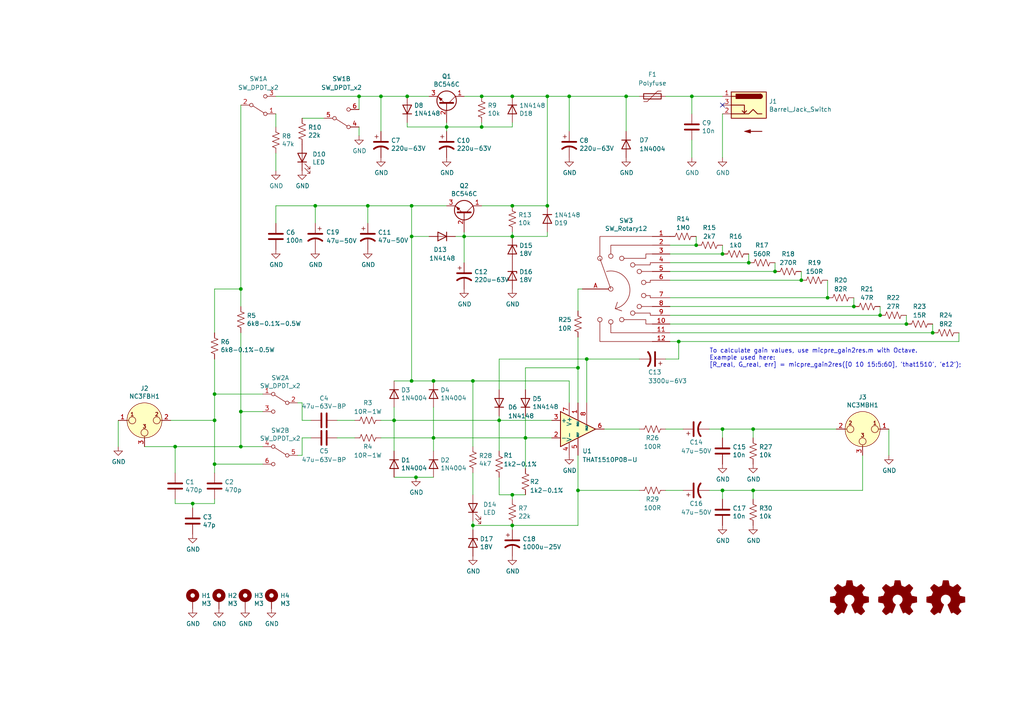
<source format=kicad_sch>
(kicad_sch (version 20211123) (generator eeschema)
  (paper "A4")
  (title_block (title "ThatMicPre") (date "2020-06-07") (rev "1.1") (company "github.com/ojg/thatmicpre"))
  (lib_symbols
    (symbol "Amplifier_Audio:SSM2017P" (pin_names (offset 0.127))
      (property "Reference" "U" (at 7.62 5.08 0))
      (property "Value" "SSM2017P" (at 7.62 2.54 0))
      (symbol "SSM2017P_1_1"
        (pin input line (at 0 7.62 270) (length 5.08) (name "RG1") (number "1"))
        (pin input line (at -7.62 -2.54 0) (length 2.54) (name "-") (number "2"))
        (pin input line (at -7.62 2.54 0) (length 2.54) (name "+") (number "3"))
        (pin power_in line (at -2.54 -7.62 90) (length 3.81) (name "V-") (number "4"))
        (pin input line (at 0 -7.62 90) (length 5.08) (name "REF") (number "5"))
        (pin output line (at 7.62 0 180) (length 2.54) (name "~") (number "6"))
        (pin power_in line (at -2.54 7.62 270) (length 3.81) (name "V+") (number "7"))
        (pin input line (at 2.54 7.62 270) (length 6.35) (name "RG2") (number "8"))
      )
    )
    (symbol "Connector:Barrel_Jack_Switch" (pin_names hide)
      (property "Reference" "J" (at 0 5.334 0))
      (property "Value" "Barrel_Jack_Switch" (at 0 -5.08 0))
      (symbol "Barrel_Jack_Switch_1_1"
        (pin passive line (at 7.62 2.54 180) (length 2.54) (name "~") (number "1"))
        (pin passive line (at 7.62 -2.54 180) (length 2.54) (name "~") (number "2"))
        (pin passive line (at 7.62 0 180) (length 2.54) (name "~") (number "3"))
      )
    )
    (symbol "Connector:XLR3" (pin_names hide)
      (property "Reference" "J" (at 0 8.89 0))
      (property "Value" "XLR3" (at 0 6.35 0))
      (symbol "XLR3_0_1"
        (text "1" (at -3.556 1.778 0) (effects (font (size 1.016 1.016) bold)))
        (text "2" (at 3.556 1.778 0) (effects (font (size 1.016 1.016) bold)))
        (text "3" (at 0 -1.778 0) (effects (font (size 1.016 1.016) bold)))
        (pin passive line (at -7.62 0 0) (length 2.54) (name "~") (number "1"))
        (pin passive line (at 7.62 0 180) (length 2.54) (name "~") (number "2"))
        (pin passive line (at 0 -7.62 90) (length 2.54) (name "~") (number "3"))
      )
    )
    (symbol "Device:C" (pin_numbers hide) (pin_names (offset 0.254))
      (property "Reference" "C" (at 0.635 2.54 0))
      (property "Value" "C" (at 0.635 -2.54 0))
      (symbol "C_1_1"
        (pin passive line (at 0 3.81 270) (length 2.794) (name "~") (number "1"))
        (pin passive line (at 0 -3.81 90) (length 2.794) (name "~") (number "2"))
      )
    )
    (symbol "Device:C_Polarized_US" (pin_numbers hide) (pin_names (offset 0.254) hide)
      (property "Reference" "C" (at 0.635 2.54 0))
      (property "Value" "C_Polarized_US" (at 0.635 -2.54 0))
      (symbol "C_Polarized_US_1_1"
        (pin passive line (at 0 3.81 270) (length 2.794) (name "~") (number "1"))
        (pin passive line (at 0 -3.81 90) (length 3.302) (name "~") (number "2"))
      )
    )
    (symbol "Device:D" (pin_numbers hide) (pin_names (offset 1.016) hide)
      (property "Reference" "D" (at 0 2.54 0))
      (property "Value" "D" (at 0 -2.54 0))
      (symbol "D_1_1"
        (pin passive line (at -3.81 0 0) (length 2.54) (name "K") (number "1"))
        (pin passive line (at 3.81 0 180) (length 2.54) (name "A") (number "2"))
      )
    )
    (symbol "Device:D_Zener" (pin_numbers hide) (pin_names (offset 1.016) hide)
      (property "Reference" "D" (at 0 2.54 0))
      (property "Value" "D_Zener" (at 0 -2.54 0))
      (symbol "D_Zener_1_1"
        (pin passive line (at -3.81 0 0) (length 2.54) (name "K") (number "1"))
        (pin passive line (at 3.81 0 180) (length 2.54) (name "A") (number "2"))
      )
    )
    (symbol "Device:LED" (pin_numbers hide) (pin_names (offset 1.016) hide)
      (property "Reference" "D" (at 0 2.54 0))
      (property "Value" "LED" (at 0 -2.54 0))
      (symbol "LED_1_1"
        (pin passive line (at -3.81 0 0) (length 2.54) (name "K") (number "1"))
        (pin passive line (at 3.81 0 180) (length 2.54) (name "A") (number "2"))
      )
    )
    (symbol "Device:Polyfuse" (pin_numbers hide) (pin_names (offset 0))
      (property "Reference" "F" (at -2.54 0 90))
      (property "Value" "Polyfuse" (at 2.54 0 90))
      (symbol "Polyfuse_1_1"
        (pin passive line (at 0 3.81 270) (length 1.27) (name "~") (number "1"))
        (pin passive line (at 0 -3.81 90) (length 1.27) (name "~") (number "2"))
      )
    )
    (symbol "Device:Q_NPN_CBE" (pin_names (offset 0) hide)
      (property "Reference" "Q" (at 5.08 1.27 0))
      (property "Value" "Q_NPN_CBE" (at 5.08 -1.27 0))
      (symbol "Q_NPN_CBE_1_1"
        (pin passive line (at 2.54 5.08 270) (length 2.54) (name "C") (number "1"))
        (pin input line (at -5.08 0 0) (length 5.715) (name "B") (number "2"))
        (pin passive line (at 2.54 -5.08 90) (length 2.54) (name "E") (number "3"))
      )
    )
    (symbol "Device:R_US" (pin_numbers hide) (pin_names (offset 0))
      (property "Reference" "R" (at 2.54 0 90))
      (property "Value" "R_US" (at -2.54 0 90))
      (symbol "R_US_1_1"
        (pin passive line (at 0 3.81 270) (length 1.27) (name "~") (number "1"))
        (pin passive line (at 0 -3.81 90) (length 1.27) (name "~") (number "2"))
      )
    )
    (symbol "Graphic:Logo_Open_Hardware_Small" (pin_names (offset 1.016)))
    (symbol "Graphic:SYM_Arrow_Normal" (pin_names (offset 1.016)))
    (symbol "Mechanical:MountingHole_Pad" (pin_numbers hide) (pin_names (offset 1.016) hide)
      (property "Reference" "H" (at 0 6.35 0))
      (property "Value" "MountingHole_Pad" (at 0 4.445 0))
      (symbol "MountingHole_Pad_1_1"
        (pin input line (at 0 -2.54 90) (length 2.54) (name "1") (number "1"))
      )
    )
    (symbol "Switch:SW_DPDT_x2" (pin_names (offset 0) hide)
      (property "Reference" "SW" (at 0 4.318 0))
      (property "Value" "SW_DPDT_x2" (at 0 -5.08 0))
      (symbol "SW_DPDT_x2_1_1"
        (pin passive line (at 5.08 2.54 180) (length 2.54) (name "A") (number "1"))
        (pin passive line (at -5.08 0 0) (length 2.54) (name "B") (number "2"))
        (pin passive line (at 5.08 -2.54 180) (length 2.54) (name "C") (number "3"))
      )
      (symbol "SW_DPDT_x2_2_1"
        (pin passive line (at 5.08 2.54 180) (length 2.54) (name "A") (number "4"))
        (pin passive line (at -5.08 0 0) (length 2.54) (name "B") (number "5"))
        (pin passive line (at 5.08 -2.54 180) (length 2.54) (name "C") (number "6"))
      )
    )
    (symbol "power:GND" (power) (pin_names (offset 0))
      (property "Value" "GND" (at 0 -3.81 0))
      (symbol "GND_1_1"
        (pin power_in line (at 0 0 270) (length 0) hide (name "GND") (number "1"))
      )
    )
    (symbol "thatmicpre:SW_Rotary12" (pin_names (offset 1.016) hide)
      (property "Reference" "SW" (at 0 17.78 0))
      (property "Value" "SW_Rotary12" (at 0 -17.78 0))
      (symbol "SW_Rotary12_0_1"
        (pin passive line (at 10.16 15.24 180) (length 5.08) (name "1") (number "1"))
        (pin passive line (at 10.16 -10.16 180) (length 5.08) (name "10") (number "10"))
        (pin passive line (at 10.16 -12.7 180) (length 5.08) (name "11") (number "11"))
        (pin passive line (at 10.16 -15.24 180) (length 5.08) (name "12") (number "12"))
        (pin passive line (at 10.16 12.7 180) (length 5.08) (name "2") (number "2"))
        (pin passive line (at 10.16 10.16 180) (length 5.08) (name "3") (number "3"))
        (pin passive line (at 10.16 7.62 180) (length 5.08) (name "4") (number "4"))
        (pin passive line (at 10.16 5.08 180) (length 5.08) (name "5") (number "5"))
        (pin passive line (at 10.16 2.54 180) (length 5.08) (name "6") (number "6"))
        (pin passive line (at 10.16 -2.54 180) (length 5.08) (name "7") (number "7"))
        (pin passive line (at 10.16 -5.08 180) (length 5.08) (name "8") (number "8"))
        (pin passive line (at 10.16 -7.62 180) (length 5.08) (name "9") (number "9"))
        (pin passive line (at -15.24 0 0) (length 7.62) (name "A") (number "A"))
      )
    )
  )
  (junction (at 201.93 71.12))
  (junction (at 91.44 59.69))
  (junction (at 148.59 68.58))
  (junction (at 129.54 36.83))
  (junction (at 181.61 27.94))
  (junction (at 69.85 129.54))
  (junction (at 170.18 104.14))
  (junction (at 110.49 27.94))
  (junction (at 119.38 110.49))
  (junction (at 62.23 121.92))
  (junction (at 125.73 127))
  (junction (at 148.59 143.51))
  (junction (at 137.16 152.4))
  (junction (at 224.79 78.74))
  (junction (at 218.44 124.46))
  (junction (at 255.27 91.44))
  (junction (at 104.14 27.94))
  (junction (at 270.51 96.52))
  (junction (at 209.55 142.24))
  (junction (at 200.66 27.94))
  (junction (at 137.16 110.49))
  (junction (at 152.4 127))
  (junction (at 114.3 121.92))
  (junction (at 55.88 146.05))
  (junction (at 134.62 68.58))
  (junction (at 50.8 129.54))
  (junction (at 119.38 59.69))
  (junction (at 167.64 142.24))
  (junction (at 148.59 152.4))
  (junction (at 69.85 83.82))
  (junction (at 144.78 121.92))
  (junction (at 62.23 134.62))
  (junction (at 120.65 138.43))
  (junction (at 106.68 59.69))
  (junction (at 69.85 119.38))
  (junction (at 167.64 106.68))
  (junction (at 196.85 99.06))
  (junction (at 158.75 59.69))
  (junction (at 247.65 88.9))
  (junction (at 209.55 73.66))
  (junction (at 148.59 27.94))
  (junction (at 209.55 124.46))
  (junction (at 218.44 142.24))
  (junction (at 232.41 81.28))
  (junction (at 217.17 76.2))
  (junction (at 139.7 36.83))
  (junction (at 148.59 59.69))
  (junction (at 262.89 93.98))
  (junction (at 240.03 86.36))
  (junction (at 165.1 27.94))
  (junction (at 118.11 27.94))
  (junction (at 125.73 110.49))
  (junction (at 119.38 68.58))
  (junction (at 158.75 27.94))
  (junction (at 139.7 27.94))
  (junction (at 62.23 114.3))
  (no_connect (at 209.55 30.48))
  (wire (pts (xy 170.18 104.14) (xy 170.18 116.84)))
  (wire (pts (xy 200.66 40.64) (xy 200.66 45.72)))
  (wire (pts (xy 181.61 27.94) (xy 185.42 27.94)))
  (wire (pts (xy 270.51 93.98) (xy 270.51 96.52)))
  (wire (pts (xy 209.55 144.78) (xy 209.55 142.24)))
  (wire (pts (xy 119.38 59.69) (xy 129.54 59.69)))
  (wire (pts (xy 80.01 64.77) (xy 80.01 59.69)))
  (wire (pts (xy 240.03 81.28) (xy 240.03 86.36)))
  (wire (pts (xy 205.74 142.24) (xy 209.55 142.24)))
  (wire (pts (xy 148.59 68.58) (xy 148.59 67.31)))
  (wire (pts (xy 148.59 27.94) (xy 158.75 27.94)))
  (wire (pts (xy 106.68 64.77) (xy 106.68 59.69)))
  (wire (pts (xy 137.16 137.16) (xy 137.16 143.51)))
  (wire (pts (xy 209.55 71.12) (xy 209.55 73.66)))
  (wire (pts (xy 134.62 27.94) (xy 139.7 27.94)))
  (wire (pts (xy 137.16 129.54) (xy 137.16 110.49)))
  (wire (pts (xy 185.42 124.46) (xy 175.26 124.46)))
  (wire (pts (xy 194.31 93.98) (xy 262.89 93.98)))
  (wire (pts (xy 129.54 38.1) (xy 129.54 36.83)))
  (wire (pts (xy 193.04 27.94) (xy 200.66 27.94)))
  (wire (pts (xy 137.16 153.67) (xy 137.16 152.4)))
  (wire (pts (xy 160.02 127) (xy 152.4 127)))
  (wire (pts (xy 137.16 110.49) (xy 165.1 110.49)))
  (wire (pts (xy 50.8 137.16) (xy 50.8 129.54)))
  (wire (pts (xy 114.3 121.92) (xy 114.3 130.81)))
  (wire (pts (xy 194.31 73.66) (xy 209.55 73.66)))
  (wire (pts (xy 167.64 152.4) (xy 167.64 142.24)))
  (wire (pts (xy 110.49 38.1) (xy 110.49 27.94)))
  (wire (pts (xy 137.16 151.13) (xy 137.16 152.4)))
  (wire (pts (xy 217.17 73.66) (xy 217.17 76.2)))
  (wire (pts (xy 125.73 127) (xy 125.73 118.11)))
  (wire (pts (xy 148.59 143.51) (xy 152.4 143.51)))
  (wire (pts (xy 125.73 110.49) (xy 137.16 110.49)))
  (wire (pts (xy 196.85 99.06) (xy 194.31 99.06)))
  (wire (pts (xy 144.78 143.51) (xy 148.59 143.51)))
  (wire (pts (xy 152.4 120.65) (xy 152.4 127)))
  (wire (pts (xy 129.54 35.56) (xy 129.54 36.83)))
  (wire (pts (xy 87.63 132.08) (xy 87.63 127)))
  (wire (pts (xy 76.2 134.62) (xy 62.23 134.62)))
  (wire (pts (xy 218.44 124.46) (xy 242.57 124.46)))
  (wire (pts (xy 114.3 138.43) (xy 120.65 138.43)))
  (wire (pts (xy 125.73 130.81) (xy 125.73 127)))
  (wire (pts (xy 104.14 27.94) (xy 110.49 27.94)))
  (wire (pts (xy 102.87 121.92) (xy 97.79 121.92)))
  (wire (pts (xy 224.79 76.2) (xy 224.79 78.74)))
  (wire (pts (xy 119.38 110.49) (xy 125.73 110.49)))
  (wire (pts (xy 139.7 36.83) (xy 139.7 35.56)))
  (wire (pts (xy 134.62 68.58) (xy 148.59 68.58)))
  (wire (pts (xy 217.17 76.2) (xy 194.31 76.2)))
  (wire (pts (xy 209.55 33.02) (xy 209.55 45.72)))
  (wire (pts (xy 148.59 153.67) (xy 148.59 152.4)))
  (wire (pts (xy 198.12 142.24) (xy 193.04 142.24)))
  (wire (pts (xy 144.78 143.51) (xy 144.78 138.43)))
  (wire (pts (xy 247.65 86.36) (xy 247.65 88.9)))
  (wire (pts (xy 194.31 81.28) (xy 232.41 81.28)))
  (wire (pts (xy 194.31 78.74) (xy 224.79 78.74)))
  (wire (pts (xy 158.75 68.58) (xy 148.59 68.58)))
  (wire (pts (xy 110.49 127) (xy 125.73 127)))
  (wire (pts (xy 110.49 27.94) (xy 118.11 27.94)))
  (wire (pts (xy 255.27 88.9) (xy 255.27 91.44)))
  (wire (pts (xy 167.64 97.79) (xy 167.64 106.68)))
  (wire (pts (xy 55.88 147.32) (xy 55.88 146.05)))
  (wire (pts (xy 148.59 35.56) (xy 148.59 36.83)))
  (wire (pts (xy 80.01 33.02) (xy 80.01 36.83)))
  (wire (pts (xy 110.49 121.92) (xy 114.3 121.92)))
  (wire (pts (xy 194.31 86.36) (xy 240.03 86.36)))
  (wire (pts (xy 86.36 132.08) (xy 87.63 132.08)))
  (wire (pts (xy 62.23 104.14) (xy 62.23 114.3)))
  (wire (pts (xy 69.85 119.38) (xy 69.85 129.54)))
  (wire (pts (xy 144.78 120.65) (xy 144.78 121.92)))
  (wire (pts (xy 218.44 142.24) (xy 250.19 142.24)))
  (wire (pts (xy 50.8 146.05) (xy 55.88 146.05)))
  (wire (pts (xy 80.01 44.45) (xy 80.01 49.53)))
  (wire (pts (xy 152.4 135.89) (xy 152.4 127)))
  (wire (pts (xy 102.87 127) (xy 97.79 127)))
  (wire (pts (xy 76.2 119.38) (xy 69.85 119.38)))
  (wire (pts (xy 114.3 118.11) (xy 114.3 121.92)))
  (wire (pts (xy 170.18 104.14) (xy 185.42 104.14)))
  (wire (pts (xy 194.31 96.52) (xy 270.51 96.52)))
  (wire (pts (xy 196.85 99.06) (xy 196.85 104.14)))
  (wire (pts (xy 118.11 35.56) (xy 118.11 36.83)))
  (wire (pts (xy 198.12 124.46) (xy 193.04 124.46)))
  (wire (pts (xy 278.13 99.06) (xy 196.85 99.06)))
  (wire (pts (xy 193.04 104.14) (xy 196.85 104.14)))
  (wire (pts (xy 137.16 152.4) (xy 148.59 152.4)))
  (wire (pts (xy 87.63 121.92) (xy 90.17 121.92)))
  (wire (pts (xy 120.65 138.43) (xy 125.73 138.43)))
  (wire (pts (xy 160.02 121.92) (xy 144.78 121.92)))
  (wire (pts (xy 114.3 121.92) (xy 144.78 121.92)))
  (wire (pts (xy 104.14 31.75) (xy 104.14 27.94)))
  (wire (pts (xy 132.08 68.58) (xy 134.62 68.58)))
  (wire (pts (xy 34.29 129.54) (xy 34.29 121.92)))
  (wire (pts (xy 124.46 68.58) (xy 119.38 68.58)))
  (wire (pts (xy 62.23 137.16) (xy 62.23 134.62)))
  (wire (pts (xy 257.81 132.08) (xy 257.81 124.46)))
  (wire (pts (xy 144.78 130.81) (xy 144.78 121.92)))
  (wire (pts (xy 262.89 91.44) (xy 262.89 93.98)))
  (wire (pts (xy 50.8 144.78) (xy 50.8 146.05)))
  (wire (pts (xy 69.85 30.48) (xy 69.85 83.82)))
  (wire (pts (xy 167.64 83.82) (xy 167.64 90.17)))
  (wire (pts (xy 93.98 34.29) (xy 87.63 34.29)))
  (wire (pts (xy 168.91 83.82) (xy 167.64 83.82)))
  (wire (pts (xy 181.61 38.1) (xy 181.61 27.94)))
  (wire (pts (xy 114.3 110.49) (xy 119.38 110.49)))
  (wire (pts (xy 148.59 27.94) (xy 139.7 27.94)))
  (wire (pts (xy 139.7 59.69) (xy 148.59 59.69)))
  (wire (pts (xy 62.23 134.62) (xy 62.23 121.92)))
  (wire (pts (xy 278.13 96.52) (xy 278.13 99.06)))
  (wire (pts (xy 167.64 142.24) (xy 167.64 132.08)))
  (wire (pts (xy 55.88 146.05) (xy 62.23 146.05)))
  (wire (pts (xy 86.36 116.84) (xy 87.63 116.84)))
  (wire (pts (xy 69.85 88.9) (xy 69.85 83.82)))
  (wire (pts (xy 201.93 71.12) (xy 194.31 71.12)))
  (wire (pts (xy 232.41 78.74) (xy 232.41 81.28)))
  (wire (pts (xy 200.66 27.94) (xy 209.55 27.94)))
  (wire (pts (xy 118.11 27.94) (xy 124.46 27.94)))
  (wire (pts (xy 62.23 114.3) (xy 62.23 121.92)))
  (wire (pts (xy 129.54 36.83) (xy 139.7 36.83)))
  (wire (pts (xy 194.31 91.44) (xy 255.27 91.44)))
  (wire (pts (xy 119.38 68.58) (xy 119.38 110.49)))
  (wire (pts (xy 165.1 110.49) (xy 165.1 116.84)))
  (wire (pts (xy 148.59 152.4) (xy 167.64 152.4)))
  (wire (pts (xy 158.75 67.31) (xy 158.75 68.58)))
  (wire (pts (xy 62.23 146.05) (xy 62.23 144.78)))
  (wire (pts (xy 250.19 142.24) (xy 250.19 132.08)))
  (wire (pts (xy 205.74 124.46) (xy 209.55 124.46)))
  (wire (pts (xy 104.14 36.83) (xy 104.14 39.37)))
  (wire (pts (xy 87.63 127) (xy 90.17 127)))
  (wire (pts (xy 134.62 68.58) (xy 134.62 76.2)))
  (wire (pts (xy 125.73 127) (xy 152.4 127)))
  (wire (pts (xy 167.64 106.68) (xy 167.64 116.84)))
  (wire (pts (xy 185.42 142.24) (xy 167.64 142.24)))
  (wire (pts (xy 50.8 129.54) (xy 69.85 129.54)))
  (wire (pts (xy 152.4 106.68) (xy 167.64 106.68)))
  (wire (pts (xy 144.78 104.14) (xy 170.18 104.14)))
  (wire (pts (xy 134.62 67.31) (xy 134.62 68.58)))
  (wire (pts (xy 41.91 129.54) (xy 50.8 129.54)))
  (wire (pts (xy 148.59 144.78) (xy 148.59 143.51)))
  (wire (pts (xy 148.59 59.69) (xy 158.75 59.69)))
  (wire (pts (xy 165.1 27.94) (xy 165.1 38.1)))
  (wire (pts (xy 158.75 59.69) (xy 158.75 27.94)))
  (wire (pts (xy 201.93 68.58) (xy 201.93 71.12)))
  (wire (pts (xy 200.66 33.02) (xy 200.66 27.94)))
  (wire (pts (xy 87.63 116.84) (xy 87.63 121.92)))
  (wire (pts (xy 209.55 142.24) (xy 218.44 142.24)))
  (wire (pts (xy 209.55 127) (xy 209.55 124.46)))
  (wire (pts (xy 218.44 127) (xy 218.44 124.46)))
  (wire (pts (xy 158.75 27.94) (xy 165.1 27.94)))
  (wire (pts (xy 80.01 59.69) (xy 91.44 59.69)))
  (wire (pts (xy 69.85 83.82) (xy 62.23 83.82)))
  (wire (pts (xy 76.2 114.3) (xy 62.23 114.3)))
  (wire (pts (xy 62.23 121.92) (xy 49.53 121.92)))
  (wire (pts (xy 119.38 59.69) (xy 119.38 68.58)))
  (wire (pts (xy 91.44 59.69) (xy 106.68 59.69)))
  (wire (pts (xy 144.78 113.03) (xy 144.78 104.14)))
  (wire (pts (xy 69.85 96.52) (xy 69.85 119.38)))
  (wire (pts (xy 209.55 124.46) (xy 218.44 124.46)))
  (wire (pts (xy 106.68 59.69) (xy 119.38 59.69)))
  (wire (pts (xy 76.2 129.54) (xy 69.85 129.54)))
  (wire (pts (xy 165.1 27.94) (xy 181.61 27.94)))
  (wire (pts (xy 62.23 83.82) (xy 62.23 96.52)))
  (wire (pts (xy 91.44 64.77) (xy 91.44 59.69)))
  (wire (pts (xy 152.4 113.03) (xy 152.4 106.68)))
  (wire (pts (xy 218.44 144.78) (xy 218.44 142.24)))
  (wire (pts (xy 80.01 27.94) (xy 104.14 27.94)))
  (wire (pts (xy 118.11 36.83) (xy 129.54 36.83)))
  (wire (pts (xy 194.31 88.9) (xy 247.65 88.9)))
  (wire (pts (xy 148.59 36.83) (xy 139.7 36.83)))
  (text "To calculate gain values, use micpre_gain2res.m with Octave.\nExample used here:\n[R_real, G_real, err] = micpre_gain2res([0 10 15:5:60], 'that1510', 'e12');" (at 205.74 106.68 0) (effects (font (size 1.27 1.27)) (justify left bottom)))
  (symbol (lib_id "Amplifier_Audio:SSM2017P") (at 167.64 124.46 0) (unit 1)
    (property "Reference" "U1" (at 168.91 130.81 0) (effects (justify left)))
    (property "Value" "THAT1510P08-U" (at 168.91 133.35 0) (effects (justify left)))
    (property "Footprint" "Package_DIP:DIP-8_W7.62mm" (effects hide))
    (property "Mfr Part Nr" "1510P08-U" (effects hide))
  )
  (symbol (lib_id "Device:R_US") (at 62.23 100.33 0) (unit 1)
    (property "Reference" "R6" (at 63.9572 99.1616 0) (effects (justify left)))
    (property "Value" "6k8-0.1%-0.5W" (at 63.9572 101.473 0) (effects (justify left)))
    (property "Footprint" "Resistor_THT:R_Axial_DIN0207_L6.3mm_D2.5mm_P10.16mm_Horizontal" (effects hide))
    (property "Mfr Part Nr" "CMF556K8100BEEK" (effects hide))
  )
  (symbol (lib_id "Device:R_US") (at 69.85 92.71 0) (unit 1)
    (property "Reference" "R5" (at 71.5772 91.5416 0) (effects (justify left)))
    (property "Value" "6k8-0.1%-0.5W" (at 71.5772 93.853 0) (effects (justify left)))
    (property "Footprint" "Resistor_THT:R_Axial_DIN0207_L6.3mm_D2.5mm_P10.16mm_Horizontal" (effects hide))
    (property "Mfr Part Nr" "CMF556K8100BEEK" (effects hide))
  )
  (symbol (lib_id "Device:C") (at 93.98 121.92 90) (mirror x) (unit 1)
    (property "Reference" "C4" (at 93.98 115.5192 90))
    (property "Value" "47u-63V-BP" (at 93.98 117.8306 90))
    (property "Footprint" "Capacitor_THT:C_Radial_D10.0mm_H16.0mm_P5.00mm" (effects hide))
    (property "Mfr Part Nr" "UEP1J470MPD" (effects hide))
  )
  (symbol (lib_id "Device:C") (at 93.98 127 90) (unit 1)
    (property "Reference" "C5" (at 93.98 130.81 90))
    (property "Value" "47u-63V-BP" (at 93.98 133.35 90))
    (property "Footprint" "Capacitor_THT:C_Radial_D10.0mm_H16.0mm_P5.00mm" (effects hide))
    (property "Mfr Part Nr" "UEP1J470MPD" (effects hide))
  )
  (symbol (lib_id "Device:R_US") (at 144.78 134.62 0) (unit 1)
    (property "Reference" "R1" (at 146.05 132.08 0) (effects (justify left)))
    (property "Value" "1k2-0.1%" (at 146.05 134.62 0) (effects (justify left)))
    (property "Footprint" "Resistor_THT:R_Axial_DIN0207_L6.3mm_D2.5mm_P10.16mm_Horizontal" (effects hide))
    (property "Mfr Part Nr" "YR1B1K21CC" (effects hide))
  )
  (symbol (lib_id "Device:R_US") (at 152.4 139.7 0) (unit 1)
    (property "Reference" "R2" (at 153.67 139.7 0) (effects (justify left)))
    (property "Value" "1k2-0.1%" (at 153.67 142.24 0) (effects (justify left)))
    (property "Footprint" "Resistor_THT:R_Axial_DIN0207_L6.3mm_D2.5mm_P10.16mm_Horizontal" (effects hide))
    (property "Mfr Part Nr" "YR1B1K21CC" (effects hide))
  )
  (symbol (lib_id "Device:R_US") (at 148.59 148.59 0) (unit 1)
    (property "Reference" "R7" (at 150.3172 147.4216 0) (effects (justify left)))
    (property "Value" "22k" (at 150.3172 149.733 0) (effects (justify left)))
    (property "Footprint" "Resistor_THT:R_Axial_DIN0207_L6.3mm_D2.5mm_P10.16mm_Horizontal" (effects hide))
    (property "Mfr Part Nr" "MF0207FTE52-22K" (effects hide))
  )
  (symbol (lib_id "Device:R_US") (at 106.68 127 270) (unit 1)
    (property "Reference" "R4" (at 106.68 129.54 90))
    (property "Value" "10R-1W" (at 106.68 132.08 90))
    (property "Footprint" "Resistor_THT:R_Axial_DIN0207_L6.3mm_D2.5mm_P10.16mm_Horizontal" (effects hide))
    (property "Mfr Part Nr" "CPF110R000FKEE6" (effects hide))
  )
  (symbol (lib_id "Device:R_US") (at 106.68 121.92 270) (unit 1)
    (property "Reference" "R3" (at 106.68 116.84 90))
    (property "Value" "10R-1W" (at 106.68 119.38 90))
    (property "Footprint" "Resistor_THT:R_Axial_DIN0207_L6.3mm_D2.5mm_P10.16mm_Horizontal" (effects hide))
    (property "Mfr Part Nr" "CPF110R000FKEE6" (effects hide))
  )
  (symbol (lib_id "Device:D") (at 114.3 134.62 270) (unit 1)
    (property "Reference" "D1" (at 116.3066 133.4516 90) (effects (justify left)))
    (property "Value" "1N4004" (at 116.3066 135.763 90) (effects (justify left)))
    (property "Footprint" "Diode_THT:D_DO-41_SOD81_P10.16mm_Horizontal" (effects hide))
    (property "Mfr Part Nr" "1N4004GP-E3/54" (effects hide))
  )
  (symbol (lib_id "Device:D") (at 125.73 134.62 270) (unit 1)
    (property "Reference" "D2" (at 127.7366 133.4516 90) (effects (justify left)))
    (property "Value" "1N4004" (at 127.7366 135.763 90) (effects (justify left)))
    (property "Footprint" "Diode_THT:D_DO-41_SOD81_P10.16mm_Horizontal" (effects hide))
    (property "Mfr Part Nr" "1N4004GP-E3/54" (effects hide))
  )
  (symbol (lib_id "Device:D") (at 114.3 114.3 270) (unit 1)
    (property "Reference" "D3" (at 116.3066 113.1316 90) (effects (justify left)))
    (property "Value" "1N4004" (at 116.3066 115.443 90) (effects (justify left)))
    (property "Footprint" "Diode_THT:D_DO-41_SOD81_P10.16mm_Horizontal" (effects hide))
    (property "Mfr Part Nr" "1N4004GP-E3/54" (effects hide))
  )
  (symbol (lib_id "Device:D") (at 125.73 114.3 270) (unit 1)
    (property "Reference" "D4" (at 127.7366 113.1316 90) (effects (justify left)))
    (property "Value" "1N4004" (at 127.7366 115.443 90) (effects (justify left)))
    (property "Footprint" "Diode_THT:D_DO-41_SOD81_P10.16mm_Horizontal" (effects hide))
    (property "Mfr Part Nr" "1N4004GP-E3/54" (effects hide))
  )
  (symbol (lib_id "power:GND") (at 120.65 138.43 0) (unit 1)
    (property "Reference" "#PWR019" (effects hide))
    (property "Value" "GND" (at 120.777 142.8242 0))
  )
  (symbol (lib_id "power:GND") (at 165.1 132.08 0) (unit 1)
    (property "Reference" "#PWR015" (effects hide))
    (property "Value" "GND" (at 165.227 136.4742 0))
  )
  (symbol (lib_id "Device:R_US") (at 87.63 38.1 0) (unit 1)
    (property "Reference" "R10" (at 89.3572 36.9316 0) (effects (justify left)))
    (property "Value" "22k" (at 89.3572 39.243 0) (effects (justify left)))
    (property "Footprint" "Resistor_THT:R_Axial_DIN0207_L6.3mm_D2.5mm_P10.16mm_Horizontal" (effects hide))
    (property "Mfr Part Nr" "MF0207FTE52-22K" (effects hide))
  )
  (symbol (lib_id "Device:LED") (at 87.63 45.72 90) (unit 1)
    (property "Reference" "D10" (at 90.6018 44.7294 90) (effects (justify right)))
    (property "Value" "LED" (at 90.6018 47.0408 90) (effects (justify right)))
    (property "Footprint" "LED_THT:LED_D3.0mm" (effects hide))
    (property "Mfr Part Nr" "LTL-4232N" (effects hide))
  )
  (symbol (lib_id "power:GND") (at 87.63 49.53 0) (unit 1)
    (property "Reference" "#PWR05" (effects hide))
    (property "Value" "GND" (at 87.757 53.9242 0))
  )
  (symbol (lib_id "power:GND") (at 104.14 39.37 0) (unit 1)
    (property "Reference" "#PWR01" (effects hide))
    (property "Value" "GND" (at 104.267 43.7642 0))
  )
  (symbol (lib_id "Device:R_US") (at 137.16 133.35 0) (unit 1)
    (property "Reference" "R28" (at 138.8872 132.1816 0) (effects (justify left)))
    (property "Value" "4k7" (at 138.8872 134.493 0) (effects (justify left)))
    (property "Footprint" "Resistor_THT:R_Axial_DIN0207_L6.3mm_D2.5mm_P10.16mm_Horizontal" (effects hide))
    (property "Mfr Part Nr" "MF0207FRE52-4K7" (effects hide))
  )
  (symbol (lib_id "Device:D_Zener") (at 137.16 157.48 270) (unit 1)
    (property "Reference" "D17" (at 139.1666 156.3116 90) (effects (justify left)))
    (property "Value" "18V" (at 139.1666 158.623 90) (effects (justify left)))
    (property "Footprint" "Diode_THT:D_DO-34_SOD68_P7.62mm_Horizontal" (effects hide))
    (property "Mfr Part Nr" "BZX55B18-TAP" (effects hide))
  )
  (symbol (lib_id "Device:C_Polarized_US") (at 148.59 157.48 0) (unit 1)
    (property "Reference" "C18" (at 151.511 156.3116 0) (effects (justify left)))
    (property "Value" "1000u-25V" (at 151.511 158.623 0) (effects (justify left)))
    (property "Footprint" "Capacitor_THT:CP_Radial_D10.0mm_P5.00mm" (effects hide))
    (property "Mfr Part Nr" "UVZ1E102MPD1CM" (effects hide))
  )
  (symbol (lib_id "power:GND") (at 137.16 161.29 0) (unit 1)
    (property "Reference" "#PWR023" (effects hide))
    (property "Value" "GND" (at 137.287 165.6842 0))
  )
  (symbol (lib_id "power:GND") (at 148.59 161.29 0) (unit 1)
    (property "Reference" "#PWR024" (effects hide))
    (property "Value" "GND" (at 148.717 165.6842 0))
  )
  (symbol (lib_id "Device:Q_NPN_CBE") (at 129.54 30.48 270) (mirror x) (unit 1)
    (property "Reference" "Q1" (at 129.54 22.1488 90))
    (property "Value" "BC546C" (at 129.54 24.4602 90))
    (property "Footprint" "Package_TO_SOT_THT:TO-92_Inline_Wide" (effects hide))
    (property "Mfr Part Nr" "BC546CTA" (effects hide))
  )
  (symbol (lib_id "Device:R_US") (at 139.7 31.75 0) (unit 1)
    (property "Reference" "R9" (at 141.4272 30.5816 0) (effects (justify left)))
    (property "Value" "10k" (at 141.4272 32.893 0) (effects (justify left)))
    (property "Footprint" "Resistor_THT:R_Axial_DIN0207_L6.3mm_D2.5mm_P10.16mm_Horizontal" (effects hide))
    (property "Mfr Part Nr" "MF0207FTE52-10K" (effects hide))
  )
  (symbol (lib_id "Device:C_Polarized_US") (at 129.54 41.91 0) (unit 1)
    (property "Reference" "C10" (at 132.461 40.7416 0) (effects (justify left)))
    (property "Value" "220u-63V" (at 132.461 43.053 0) (effects (justify left)))
    (property "Footprint" "Capacitor_THT:CP_Radial_D10.0mm_P5.00mm" (effects hide))
    (property "Mfr Part Nr" "UVZ1J221MPD" (effects hide))
  )
  (symbol (lib_id "power:GND") (at 129.54 45.72 0) (unit 1)
    (property "Reference" "#PWR06" (effects hide))
    (property "Value" "GND" (at 129.667 50.1142 0))
  )
  (symbol (lib_id "Device:C_Polarized_US") (at 106.68 68.58 0) (unit 1)
    (property "Reference" "C11" (at 109.601 67.4116 0) (effects (justify left)))
    (property "Value" "47u-50V" (at 109.601 69.723 0) (effects (justify left)))
    (property "Footprint" "Capacitor_THT:CP_Radial_D6.3mm_P2.50mm" (effects hide))
    (property "Mfr Part Nr" "UFW1H470MED1TD" (effects hide))
  )
  (symbol (lib_id "power:GND") (at 106.68 72.39 0) (unit 1)
    (property "Reference" "#PWR09" (effects hide))
    (property "Value" "GND" (at 106.807 76.7842 0))
  )
  (symbol (lib_id "Device:Q_NPN_CBE") (at 134.62 62.23 270) (mirror x) (unit 1)
    (property "Reference" "Q2" (at 134.62 53.8988 90))
    (property "Value" "BC546C" (at 134.62 56.2102 90))
    (property "Footprint" "Package_TO_SOT_THT:TO-92_Inline_Wide" (effects hide))
    (property "Mfr Part Nr" "BC546CTA" (effects hide))
  )
  (symbol (lib_id "Device:R_US") (at 148.59 63.5 0) (unit 1)
    (property "Reference" "R13" (at 150.3172 62.3316 0) (effects (justify left)))
    (property "Value" "10k" (at 150.3172 64.643 0) (effects (justify left)))
    (property "Footprint" "Resistor_THT:R_Axial_DIN0207_L6.3mm_D2.5mm_P10.16mm_Horizontal" (effects hide))
    (property "Mfr Part Nr" "MF0207FTE52-10K" (effects hide))
  )
  (symbol (lib_id "Device:C_Polarized_US") (at 134.62 80.01 0) (unit 1)
    (property "Reference" "C12" (at 137.541 78.8416 0) (effects (justify left)))
    (property "Value" "220u-63V" (at 137.541 81.153 0) (effects (justify left)))
    (property "Footprint" "Capacitor_THT:CP_Radial_D10.0mm_P5.00mm" (effects hide))
    (property "Mfr Part Nr" "UVZ1J221MPD" (effects hide))
  )
  (symbol (lib_id "power:GND") (at 134.62 83.82 0) (unit 1)
    (property "Reference" "#PWR011" (effects hide))
    (property "Value" "GND" (at 134.747 88.2142 0))
  )
  (symbol (lib_id "power:GND") (at 148.59 83.82 0) (unit 1)
    (property "Reference" "#PWR012" (effects hide))
    (property "Value" "GND" (at 148.717 88.2142 0))
  )
  (symbol (lib_id "Device:LED") (at 137.16 147.32 90) (unit 1)
    (property "Reference" "D14" (at 140.1318 146.3294 90) (effects (justify right)))
    (property "Value" "LED" (at 140.1318 148.6408 90) (effects (justify right)))
    (property "Footprint" "LED_THT:LED_D3.0mm" (effects hide))
    (property "Mfr Part Nr" "LTL-4232N" (effects hide))
  )
  (symbol (lib_id "Device:C_Polarized_US") (at 165.1 41.91 0) (unit 1)
    (property "Reference" "C8" (at 168.021 40.7416 0) (effects (justify left)))
    (property "Value" "220u-63V" (at 168.021 43.053 0) (effects (justify left)))
    (property "Footprint" "Capacitor_THT:CP_Radial_D10.0mm_P5.00mm" (effects hide))
    (property "Mfr Part Nr" "UVZ1J221MPD" (effects hide))
  )
  (symbol (lib_id "power:GND") (at 165.1 45.72 0) (unit 1)
    (property "Reference" "#PWR03" (effects hide))
    (property "Value" "GND" (at 165.227 50.1142 0))
  )
  (symbol (lib_id "Connector:XLR3") (at 250.19 124.46 0) (mirror y) (unit 1)
    (property "Reference" "J3" (at 250.19 115.189 0))
    (property "Value" "NC3MBH1" (at 250.19 117.5004 0))
    (property "Footprint" "my_kicad_footprints:Jack_XLR_Neutrik_NC3MBH_Horizontal" (effects hide))
    (property "Datasheet" " ~" (effects hide))
    (property "Mfr Part Nr" "NC3MBH" (effects hide))
  )
  (symbol (lib_id "Device:C_Polarized_US") (at 201.93 124.46 90) (unit 1)
    (property "Reference" "C14" (at 201.93 128.27 90))
    (property "Value" "47u-50V" (at 201.93 130.81 90))
    (property "Footprint" "Capacitor_THT:CP_Radial_D6.3mm_P2.50mm" (effects hide))
    (property "Mfr Part Nr" "UFW1H470MED1TD" (effects hide))
  )
  (symbol (lib_id "Device:R_US") (at 189.23 124.46 270) (unit 1)
    (property "Reference" "R26" (at 189.23 127 90))
    (property "Value" "100R" (at 189.23 129.54 90))
    (property "Footprint" "Resistor_THT:R_Axial_DIN0207_L6.3mm_D2.5mm_P10.16mm_Horizontal" (effects hide))
    (property "Mfr Part Nr" "MF0207FTE52-100R" (effects hide))
  )
  (symbol (lib_id "Device:R_US") (at 218.44 130.81 0) (unit 1)
    (property "Reference" "R27" (at 220.1672 129.6416 0) (effects (justify left)))
    (property "Value" "10k" (at 220.1672 131.953 0) (effects (justify left)))
    (property "Footprint" "Resistor_THT:R_Axial_DIN0207_L6.3mm_D2.5mm_P10.16mm_Horizontal" (effects hide))
    (property "Mfr Part Nr" "MF0207FTE52-10K" (effects hide))
  )
  (symbol (lib_id "Device:C") (at 209.55 130.81 0) (unit 1)
    (property "Reference" "C15" (at 212.471 129.6416 0) (effects (justify left)))
    (property "Value" "10n" (at 212.471 131.953 0) (effects (justify left)))
    (property "Footprint" "Capacitor_THT:C_Rect_L7.2mm_W3.0mm_P5.00mm_FKS2_FKP2_MKS2_MKP2" (effects hide))
    (property "Mfr Part Nr" "PHE426DJ5100JR05" (effects hide))
  )
  (symbol (lib_id "power:GND") (at 218.44 134.62 0) (unit 1)
    (property "Reference" "#PWR018" (effects hide))
    (property "Value" "GND" (at 218.567 139.0142 0))
  )
  (symbol (lib_id "power:GND") (at 209.55 134.62 0) (unit 1)
    (property "Reference" "#PWR017" (effects hide))
    (property "Value" "GND" (at 209.677 139.0142 0))
  )
  (symbol (lib_id "Device:R_US") (at 189.23 142.24 270) (unit 1)
    (property "Reference" "R29" (at 189.23 144.78 90))
    (property "Value" "100R" (at 189.23 147.32 90))
    (property "Footprint" "Resistor_THT:R_Axial_DIN0207_L6.3mm_D2.5mm_P10.16mm_Horizontal" (effects hide))
    (property "Mfr Part Nr" "MF0207FTE52-100R" (effects hide))
  )
  (symbol (lib_id "Device:R_US") (at 218.44 148.59 0) (unit 1)
    (property "Reference" "R30" (at 220.1672 147.4216 0) (effects (justify left)))
    (property "Value" "10k" (at 220.1672 149.733 0) (effects (justify left)))
    (property "Footprint" "Resistor_THT:R_Axial_DIN0207_L6.3mm_D2.5mm_P10.16mm_Horizontal" (effects hide))
    (property "Mfr Part Nr" "MF0207FTE52-10K" (effects hide))
  )
  (symbol (lib_id "Device:C") (at 209.55 148.59 0) (unit 1)
    (property "Reference" "C17" (at 212.471 147.4216 0) (effects (justify left)))
    (property "Value" "10n" (at 212.471 149.733 0) (effects (justify left)))
    (property "Footprint" "Capacitor_THT:C_Rect_L7.2mm_W3.0mm_P5.00mm_FKS2_FKP2_MKS2_MKP2" (effects hide))
    (property "Mfr Part Nr" "PHE426DJ5100JR05" (effects hide))
  )
  (symbol (lib_id "power:GND") (at 218.44 152.4 0) (unit 1)
    (property "Reference" "#PWR021" (effects hide))
    (property "Value" "GND" (at 218.567 156.7942 0))
  )
  (symbol (lib_id "power:GND") (at 209.55 152.4 0) (unit 1)
    (property "Reference" "#PWR020" (effects hide))
    (property "Value" "GND" (at 209.677 156.7942 0))
  )
  (symbol (lib_id "power:GND") (at 257.81 132.08 0) (unit 1)
    (property "Reference" "#PWR016" (effects hide))
    (property "Value" "GND" (at 257.937 136.4742 0))
  )
  (symbol (lib_id "Graphic:Logo_Open_Hardware_Small") (at 274.32 173.99 0) (unit 1)
    (property "Reference" "LOGO1" (effects hide))
    (property "Value" "Logo_Open_Hardware_Small" (effects hide))
    (property "Footprint" "Symbol:OSHW-Symbol_6.7x6mm_Copper" (effects hide))
  )
  (symbol (lib_id "Device:C") (at 200.66 36.83 0) (unit 1)
    (property "Reference" "C9" (at 203.581 35.6616 0) (effects (justify left)))
    (property "Value" "10n" (at 203.581 37.973 0) (effects (justify left)))
    (property "Footprint" "Capacitor_THT:C_Rect_L7.2mm_W3.0mm_P5.00mm_FKS2_FKP2_MKS2_MKP2" (effects hide))
    (property "Mfr Part Nr" "PHE426DJ5100JR05" (effects hide))
  )
  (symbol (lib_id "Device:C_Polarized_US") (at 189.23 104.14 270) (mirror x) (unit 1)
    (property "Reference" "C13" (at 187.96 107.95 90) (effects (justify left)))
    (property "Value" "3300u-6V3" (at 187.96 110.49 90) (effects (justify left)))
    (property "Footprint" "Capacitor_THT:CP_Radial_D10.0mm_P5.00mm" (effects hide))
    (property "Mfr Part Nr" "UFW0J332MPD" (effects hide))
  )
  (symbol (lib_id "Device:R_US") (at 167.64 93.98 180) (unit 1)
    (property "Reference" "R25" (at 163.83 92.71 0))
    (property "Value" "10R" (at 163.83 95.25 0))
    (property "Footprint" "Resistor_THT:R_Axial_DIN0207_L6.3mm_D2.5mm_P10.16mm_Horizontal" (effects hide))
    (property "Mfr Part Nr" "MF0207FTE52-10R" (effects hide))
  )
  (symbol (lib_id "Device:R_US") (at 205.74 71.12 270) (unit 1)
    (property "Reference" "R15" (at 205.74 66.04 90))
    (property "Value" "2k7" (at 205.74 68.58 90))
    (property "Footprint" "Resistor_THT:R_Axial_DIN0207_L6.3mm_D2.5mm_P10.16mm_Horizontal" (effects hide))
    (property "Mfr Part Nr" "MF0207FRE52-2K7" (effects hide))
  )
  (symbol (lib_id "Device:R_US") (at 213.36 73.66 270) (unit 1)
    (property "Reference" "R16" (at 213.36 68.58 90))
    (property "Value" "1k0" (at 213.36 71.12 90))
    (property "Footprint" "Resistor_THT:R_Axial_DIN0207_L6.3mm_D2.5mm_P10.16mm_Horizontal" (effects hide))
    (property "Mfr Part Nr" "MF0207FRE52-1K" (effects hide))
  )
  (symbol (lib_id "Device:R_US") (at 220.98 76.2 270) (unit 1)
    (property "Reference" "R17" (at 220.98 71.12 90))
    (property "Value" "560R" (at 220.98 73.66 90))
    (property "Footprint" "Resistor_THT:R_Axial_DIN0207_L6.3mm_D2.5mm_P10.16mm_Horizontal" (effects hide))
    (property "Mfr Part Nr" "MF0207FTE52-560R" (effects hide))
  )
  (symbol (lib_id "Device:R_US") (at 228.6 78.74 270) (unit 1)
    (property "Reference" "R18" (at 228.6 73.66 90))
    (property "Value" "270R" (at 228.6 76.2 90))
    (property "Footprint" "Resistor_THT:R_Axial_DIN0207_L6.3mm_D2.5mm_P10.16mm_Horizontal" (effects hide))
    (property "Mfr Part Nr" "MF0207FTE52-270R" (effects hide))
  )
  (symbol (lib_id "Device:R_US") (at 236.22 81.28 270) (unit 1)
    (property "Reference" "R19" (at 236.22 76.2 90))
    (property "Value" "150R" (at 236.22 78.74 90))
    (property "Footprint" "Resistor_THT:R_Axial_DIN0207_L6.3mm_D2.5mm_P10.16mm_Horizontal" (effects hide))
    (property "Mfr Part Nr" "MF0207FTE52-150R" (effects hide))
  )
  (symbol (lib_id "Device:R_US") (at 243.84 86.36 270) (unit 1)
    (property "Reference" "R20" (at 243.84 81.28 90))
    (property "Value" "82R" (at 243.84 83.82 90))
    (property "Footprint" "Resistor_THT:R_Axial_DIN0207_L6.3mm_D2.5mm_P10.16mm_Horizontal" (effects hide))
    (property "Mfr Part Nr" "MF0207FTE52-82R" (effects hide))
  )
  (symbol (lib_id "Device:R_US") (at 251.46 88.9 270) (unit 1)
    (property "Reference" "R21" (at 251.46 83.82 90))
    (property "Value" "47R" (at 251.46 86.36 90))
    (property "Footprint" "Resistor_THT:R_Axial_DIN0207_L6.3mm_D2.5mm_P10.16mm_Horizontal" (effects hide))
    (property "Mfr Part Nr" "MF0207FTE52-47R" (effects hide))
  )
  (symbol (lib_id "Device:R_US") (at 259.08 91.44 270) (unit 1)
    (property "Reference" "R22" (at 259.08 86.36 90))
    (property "Value" "27R" (at 259.08 88.9 90))
    (property "Footprint" "Resistor_THT:R_Axial_DIN0207_L6.3mm_D2.5mm_P10.16mm_Horizontal" (effects hide))
    (property "Mfr Part Nr" "MF0207FTE52-27R" (effects hide))
  )
  (symbol (lib_id "Device:R_US") (at 266.7 93.98 270) (unit 1)
    (property "Reference" "R23" (at 266.7 88.9 90))
    (property "Value" "15R" (at 266.7 91.44 90))
    (property "Footprint" "Resistor_THT:R_Axial_DIN0207_L6.3mm_D2.5mm_P10.16mm_Horizontal" (effects hide))
    (property "Mfr Part Nr" "MF0207FTE52-15R" (effects hide))
  )
  (symbol (lib_id "Device:R_US") (at 274.32 96.52 270) (unit 1)
    (property "Reference" "R24" (at 274.32 91.44 90))
    (property "Value" "8R2" (at 274.32 93.98 90))
    (property "Footprint" "Resistor_THT:R_Axial_DIN0207_L6.3mm_D2.5mm_P10.16mm_Horizontal" (effects hide))
    (property "Mfr Part Nr" "MF0207FTE52-8R2" (effects hide))
  )
  (symbol (lib_id "Device:R_US") (at 198.12 68.58 270) (unit 1)
    (property "Reference" "R14" (at 198.12 63.5 90))
    (property "Value" "1M0" (at 198.12 66.04 90))
    (property "Footprint" "Resistor_THT:R_Axial_DIN0207_L6.3mm_D2.5mm_P10.16mm_Horizontal" (effects hide))
    (property "Mfr Part Nr" "MF0207FTE52-1M" (effects hide))
  )
  (symbol (lib_id "Device:C_Polarized_US") (at 201.93 142.24 90) (unit 1)
    (property "Reference" "C16" (at 201.93 146.05 90))
    (property "Value" "47u-50V" (at 201.93 148.59 90))
    (property "Footprint" "Capacitor_THT:CP_Radial_D6.3mm_P2.50mm" (effects hide))
    (property "Mfr Part Nr" "UFW1H470MED1TD" (effects hide))
  )
  (symbol (lib_id "Device:D_Zener") (at 148.59 72.39 270) (unit 1)
    (property "Reference" "D15" (at 150.5966 71.2216 90) (effects (justify left)))
    (property "Value" "18V" (at 150.5966 73.533 90) (effects (justify left)))
    (property "Footprint" "Diode_THT:D_DO-34_SOD68_P7.62mm_Horizontal" (effects hide))
    (property "Mfr Part Nr" "BZX55B18-TAP" (effects hide))
  )
  (symbol (lib_id "Device:D_Zener") (at 148.59 80.01 270) (unit 1)
    (property "Reference" "D16" (at 150.5966 78.8416 90) (effects (justify left)))
    (property "Value" "18V" (at 150.5966 81.153 90) (effects (justify left)))
    (property "Footprint" "Diode_THT:D_DO-34_SOD68_P7.62mm_Horizontal" (effects hide))
    (property "Mfr Part Nr" "BZX55B18-TAP" (effects hide))
  )
  (symbol (lib_id "Switch:SW_DPDT_x2") (at 81.28 116.84 0) (mirror y) (unit 1)
    (property "Reference" "SW2" (at 81.28 109.601 0))
    (property "Value" "SW_DPDT_x2" (at 81.28 111.9124 0))
    (property "Footprint" "Button_Switch_THT:SW_Push_2P2T_Vertical_E-Switch_800UDP8P1A1M6" (effects hide))
    (property "Mfr Part Nr" "200MDP1T2B2M6QE" (effects hide))
  )
  (symbol (lib_id "Switch:SW_DPDT_x2") (at 81.28 132.08 0) (mirror y) (unit 2)
    (property "Reference" "SW2" (at 81.28 124.841 0))
    (property "Value" "SW_DPDT_x2" (at 81.28 127.1524 0))
    (property "Footprint" "Button_Switch_THT:SW_Push_2P2T_Vertical_E-Switch_800UDP8P1A1M6" (effects hide))
    (property "Mfr Part Nr" "200MDP1T2B2M6QE" (effects hide))
  )
  (symbol (lib_id "Device:C") (at 80.01 68.58 0) (unit 1)
    (property "Reference" "C6" (at 82.931 67.4116 0) (effects (justify left)))
    (property "Value" "100n" (at 82.931 69.723 0) (effects (justify left)))
    (property "Footprint" "Capacitor_THT:C_Rect_L7.2mm_W3.0mm_P5.00mm_FKS2_FKP2_MKS2_MKP2" (effects hide))
    (property "Mfr Part Nr" "R82EC3100AA70J" (effects hide))
  )
  (symbol (lib_id "power:GND") (at 80.01 72.39 0) (unit 1)
    (property "Reference" "#PWR013" (effects hide))
    (property "Value" "GND" (at 80.137 76.7842 0))
  )
  (symbol (lib_id "Device:D") (at 118.11 31.75 90) (unit 1)
    (property "Reference" "D8" (at 120.1166 30.5816 90) (effects (justify right)))
    (property "Value" "1N4148" (at 120.1166 32.893 90) (effects (justify right)))
    (property "Footprint" "Diode_THT:D_DO-34_SOD68_P7.62mm_Horizontal" (effects hide))
    (property "Mfr Part Nr" "1N4148" (effects hide))
  )
  (symbol (lib_id "Device:D") (at 128.27 68.58 180) (unit 1)
    (property "Reference" "D13" (at 125.73 72.39 0) (effects (justify right)))
    (property "Value" "1N4148" (at 124.46 74.93 0) (effects (justify right)))
    (property "Footprint" "Diode_THT:D_DO-34_SOD68_P7.62mm_Horizontal" (effects hide))
    (property "Mfr Part Nr" "1N4148" (effects hide))
  )
  (symbol (lib_id "Device:D") (at 152.4 116.84 90) (unit 1)
    (property "Reference" "D5" (at 154.4066 115.6716 90) (effects (justify right)))
    (property "Value" "1N4148" (at 154.4066 117.983 90) (effects (justify right)))
    (property "Footprint" "Diode_THT:D_DO-34_SOD68_P7.62mm_Horizontal" (effects hide))
    (property "Mfr Part Nr" "1N4148" (effects hide))
  )
  (symbol (lib_id "Device:D") (at 144.78 116.84 90) (unit 1)
    (property "Reference" "D6" (at 147.32 118.11 90) (effects (justify right)))
    (property "Value" "1N4148" (at 147.32 120.65 90) (effects (justify right)))
    (property "Footprint" "Diode_THT:D_DO-34_SOD68_P7.62mm_Horizontal" (effects hide))
    (property "Mfr Part Nr" "1N4148" (effects hide))
  )
  (symbol (lib_id "Device:C") (at 50.8 140.97 0) (unit 1)
    (property "Reference" "C1" (at 53.721 139.8016 0) (effects (justify left)))
    (property "Value" "470p" (at 53.721 142.113 0) (effects (justify left)))
    (property "Footprint" "Capacitor_THT:C_Disc_D5.0mm_W2.5mm_P5.00mm" (effects hide))
    (property "Mfr Part Nr" "RDE5C2A471J0M1H03A" (effects hide))
  )
  (symbol (lib_id "Device:C") (at 62.23 140.97 0) (unit 1)
    (property "Reference" "C2" (at 65.151 139.8016 0) (effects (justify left)))
    (property "Value" "470p" (at 65.151 142.113 0) (effects (justify left)))
    (property "Footprint" "Capacitor_THT:C_Disc_D5.0mm_W2.5mm_P5.00mm" (effects hide))
    (property "Mfr Part Nr" "RDE5C2A471J0M1H03A" (effects hide))
  )
  (symbol (lib_id "Device:R_US") (at 80.01 40.64 0) (unit 1)
    (property "Reference" "R8" (at 81.7372 39.4716 0) (effects (justify left)))
    (property "Value" "47k" (at 81.7372 41.783 0) (effects (justify left)))
    (property "Footprint" "Resistor_THT:R_Axial_DIN0207_L6.3mm_D2.5mm_P10.16mm_Horizontal" (effects hide))
    (property "Mfr Part Nr" "MF0207FTE52-47K" (effects hide))
  )
  (symbol (lib_id "Device:C") (at 55.88 151.13 0) (unit 1)
    (property "Reference" "C3" (at 58.801 149.9616 0) (effects (justify left)))
    (property "Value" "47p" (at 58.801 152.273 0) (effects (justify left)))
    (property "Footprint" "Capacitor_THT:C_Disc_D5.0mm_W2.5mm_P5.00mm" (effects hide))
    (property "Mfr Part Nr" "RDE5C2A470J0M1H03A" (effects hide))
  )
  (symbol (lib_id "power:GND") (at 80.01 49.53 0) (unit 1)
    (property "Reference" "#PWR029" (effects hide))
    (property "Value" "GND" (at 80.137 53.9242 0))
  )
  (symbol (lib_id "power:GND") (at 55.88 154.94 0) (unit 1)
    (property "Reference" "#PWR022" (effects hide))
    (property "Value" "GND" (at 56.007 159.3342 0))
  )
  (symbol (lib_id "Device:D") (at 158.75 63.5 90) (mirror x) (unit 1)
    (property "Reference" "D19" (at 160.7566 64.6684 90) (effects (justify right)))
    (property "Value" "1N4148" (at 160.7566 62.357 90) (effects (justify right)))
    (property "Footprint" "Diode_THT:D_DO-34_SOD68_P7.62mm_Horizontal" (effects hide))
    (property "Mfr Part Nr" "1N4148" (effects hide))
  )
  (symbol (lib_id "Device:D") (at 148.59 31.75 90) (mirror x) (unit 1)
    (property "Reference" "D18" (at 150.5966 32.9184 90) (effects (justify right)))
    (property "Value" "1N4148" (at 150.5966 30.607 90) (effects (justify right)))
    (property "Footprint" "Diode_THT:D_DO-34_SOD68_P7.62mm_Horizontal" (effects hide))
    (property "Mfr Part Nr" "1N4148" (effects hide))
  )
  (symbol (lib_id "Connector:XLR3") (at 41.91 121.92 0) (unit 1)
    (property "Reference" "J2" (at 41.91 112.649 0))
    (property "Value" "NC3FBH1" (at 41.91 114.9604 0))
    (property "Footprint" "my_kicad_footprints:Jack_XLR_Neutrik_NC3FBH1_Horizontal" (effects hide))
    (property "Datasheet" " ~" (effects hide))
    (property "Mfr Part Nr" "NC3FBH1" (effects hide))
  )
  (symbol (lib_id "power:GND") (at 34.29 129.54 0) (unit 1)
    (property "Reference" "#PWR0101" (effects hide))
    (property "Value" "GND" (at 34.417 133.9342 0))
  )
  (symbol (lib_id "thatmicpre:SW_Rotary12") (at 184.15 83.82 0) (unit 1)
    (property "Reference" "SW3" (at 181.61 63.9826 0))
    (property "Value" "SW_Rotary12" (at 181.61 66.294 0))
    (property "Footprint" "my_kicad_footprints:LORINCK1049" (effects hide))
    (property "Datasheet" "http://cdn-reichelt.de/documents/datenblatt/C200/DS-Serie%23LOR.pdf" (effects hide))
    (property "Mfr Part Nr" "SR2612F-0112-38F5B-D8-S" (effects hide))
  )
  (symbol (lib_id "Device:Polyfuse") (at 189.23 27.94 270) (unit 1)
    (property "Reference" "F1" (at 189.23 21.59 90))
    (property "Value" "Polyfuse" (at 189.23 24.13 90))
    (property "Footprint" "Fuse:Fuse_BelFuse_0ZRE0005FF_L8.3mm_W3.8mm" (effects hide))
    (property "Mfr Part Nr" "0ZRC0015FF1E" (effects hide))
  )
  (symbol (lib_id "power:GND") (at 200.66 45.72 0) (unit 1)
    (property "Reference" "#PWR04" (effects hide))
    (property "Value" "GND" (at 200.787 50.1142 0))
  )
  (symbol (lib_id "Device:C_Polarized_US") (at 110.49 41.91 0) (unit 1)
    (property "Reference" "C7" (at 113.411 40.7416 0) (effects (justify left)))
    (property "Value" "220u-63V" (at 113.411 43.053 0) (effects (justify left)))
    (property "Footprint" "Capacitor_THT:CP_Radial_D10.0mm_P5.00mm" (effects hide))
    (property "Mfr Part Nr" "UVZ1J221MPD" (effects hide))
  )
  (symbol (lib_id "power:GND") (at 110.49 45.72 0) (unit 1)
    (property "Reference" "#PWR014" (effects hide))
    (property "Value" "GND" (at 110.617 50.1142 0))
  )
  (symbol (lib_id "Device:D") (at 181.61 41.91 270) (unit 1)
    (property "Reference" "D7" (at 185.42 40.64 90) (effects (justify left)))
    (property "Value" "1N4004" (at 185.42 43.18 90) (effects (justify left)))
    (property "Footprint" "Diode_THT:D_DO-41_SOD81_P10.16mm_Horizontal" (effects hide))
    (property "Mfr Part Nr" "1N4004GP-E3/54" (effects hide))
  )
  (symbol (lib_id "Connector:Barrel_Jack_Switch") (at 217.17 30.48 0) (mirror y) (unit 1)
    (property "Reference" "J1" (at 223.012 29.4132 0) (effects (justify right)))
    (property "Value" "Barrel_Jack_Switch" (at 223.012 31.7246 0) (effects (justify right)))
    (property "Footprint" "Connector_BarrelJack:BarrelJack_Horizontal" (effects hide))
    (property "Mfr Part Nr" "CON-SOCJ-2155" (effects hide))
  )
  (symbol (lib_id "Device:C_Polarized_US") (at 91.44 68.58 0) (mirror y) (unit 1)
    (property "Reference" "C19" (at 96.52 67.31 0))
    (property "Value" "47u-50V" (at 99.06 69.85 0))
    (property "Footprint" "Capacitor_THT:CP_Radial_D6.3mm_P2.50mm" (effects hide))
    (property "Mfr Part Nr" "UFW1H470MED1TD" (effects hide))
  )
  (symbol (lib_id "power:GND") (at 91.44 72.39 0) (unit 1)
    (property "Reference" "#PWR02" (effects hide))
    (property "Value" "GND" (at 91.567 76.7842 0))
  )
  (symbol (lib_id "power:GND") (at 181.61 45.72 0) (unit 1)
    (property "Reference" "#PWR0102" (effects hide))
    (property "Value" "GND" (at 181.737 50.1142 0))
  )
  (symbol (lib_id "power:GND") (at 209.55 45.72 0) (unit 1)
    (property "Reference" "#PWR0103" (effects hide))
    (property "Value" "GND" (at 209.677 50.1142 0))
  )
  (symbol (lib_id "Graphic:Logo_Open_Hardware_Small") (at 260.35 173.99 0) (unit 1)
    (property "Reference" "LOGO2" (effects hide))
    (property "Value" "Logo_Open_Hardware_Small" (effects hide))
    (property "Footprint" "Symbol:Symbol_CC-Attribution_CopperTop_Small" (effects hide))
  )
  (symbol (lib_id "Graphic:Logo_Open_Hardware_Small") (at 246.38 173.99 0) (unit 1)
    (property "Reference" "LOGO3" (effects hide))
    (property "Value" "Logo_Open_Hardware_Small" (effects hide))
    (property "Footprint" "Symbol:Symbol_CreativeCommons_CopperTop_Type2_Small" (effects hide))
  )
  (symbol (lib_id "Graphic:SYM_Arrow_Normal") (at 218.44 38.1 180) (unit 1)
    (property "Reference" "LOGO4" (effects hide))
    (property "Value" "SYM_Arrow_Normal" (effects hide))
    (property "Footprint" "Symbol:Symbol_Barrel_Polarity" (effects hide))
  )
  (symbol (lib_id "Switch:SW_DPDT_x2") (at 99.06 34.29 0) (mirror x) (unit 2)
    (property "Reference" "SW1" (at 99.06 22.86 0))
    (property "Value" "SW_DPDT_x2" (at 99.06 25.4 0))
    (property "Footprint" "Button_Switch_THT:SW_Push_2P2T_Vertical_E-Switch_800UDP8P1A1M6" (effects hide))
    (property "Mfr Part Nr" "200MDP1T2B2M6QE" (effects hide))
  )
  (symbol (lib_id "Switch:SW_DPDT_x2") (at 74.93 30.48 0) (mirror x) (unit 1)
    (property "Reference" "SW1" (at 74.93 22.86 0))
    (property "Value" "SW_DPDT_x2" (at 74.93 25.4 0))
    (property "Footprint" "Button_Switch_THT:SW_Push_2P2T_Vertical_E-Switch_800UDP8P1A1M6" (effects hide))
    (property "Mfr Part Nr" "200MDP1T2B2M6QE" (effects hide))
  )
  (symbol (lib_id "Mechanical:MountingHole_Pad") (at 55.88 173.99 0) (unit 1)
    (property "Reference" "H1" (at 58.42 172.7454 0) (effects (justify left)))
    (property "Value" "M3" (at 58.42 175.0568 0) (effects (justify left)))
    (property "Footprint" "MountingHole:MountingHole_3.2mm_M3_Pad" (effects hide))
  )
  (symbol (lib_id "Mechanical:MountingHole_Pad") (at 63.5 173.99 0) (unit 1)
    (property "Reference" "H2" (at 66.04 172.7454 0) (effects (justify left)))
    (property "Value" "M3" (at 66.04 175.0568 0) (effects (justify left)))
    (property "Footprint" "MountingHole:MountingHole_3.2mm_M3_Pad" (effects hide))
  )
  (symbol (lib_id "Mechanical:MountingHole_Pad") (at 71.12 173.99 0) (unit 1)
    (property "Reference" "H3" (at 73.66 172.7454 0) (effects (justify left)))
    (property "Value" "M3" (at 73.66 175.0568 0) (effects (justify left)))
    (property "Footprint" "MountingHole:MountingHole_3.2mm_M3_Pad" (effects hide))
  )
  (symbol (lib_id "Mechanical:MountingHole_Pad") (at 78.74 173.99 0) (unit 1)
    (property "Reference" "H4" (at 81.28 172.7454 0) (effects (justify left)))
    (property "Value" "M3" (at 81.28 175.0568 0) (effects (justify left)))
    (property "Footprint" "MountingHole:MountingHole_3.2mm_M3_Pad" (effects hide))
  )
  (symbol (lib_id "power:GND") (at 55.88 176.53 0) (unit 1)
    (property "Reference" "#PWR025" (effects hide))
    (property "Value" "GND" (at 56.007 180.9242 0))
  )
  (symbol (lib_id "power:GND") (at 63.5 176.53 0) (unit 1)
    (property "Reference" "#PWR026" (effects hide))
    (property "Value" "GND" (at 63.627 180.9242 0))
  )
  (symbol (lib_id "power:GND") (at 71.12 176.53 0) (unit 1)
    (property "Reference" "#PWR027" (effects hide))
    (property "Value" "GND" (at 71.247 180.9242 0))
  )
  (symbol (lib_id "power:GND") (at 78.74 176.53 0) (unit 1)
    (property "Reference" "#PWR028" (effects hide))
    (property "Value" "GND" (at 78.867 180.9242 0))
  )
)
</source>
